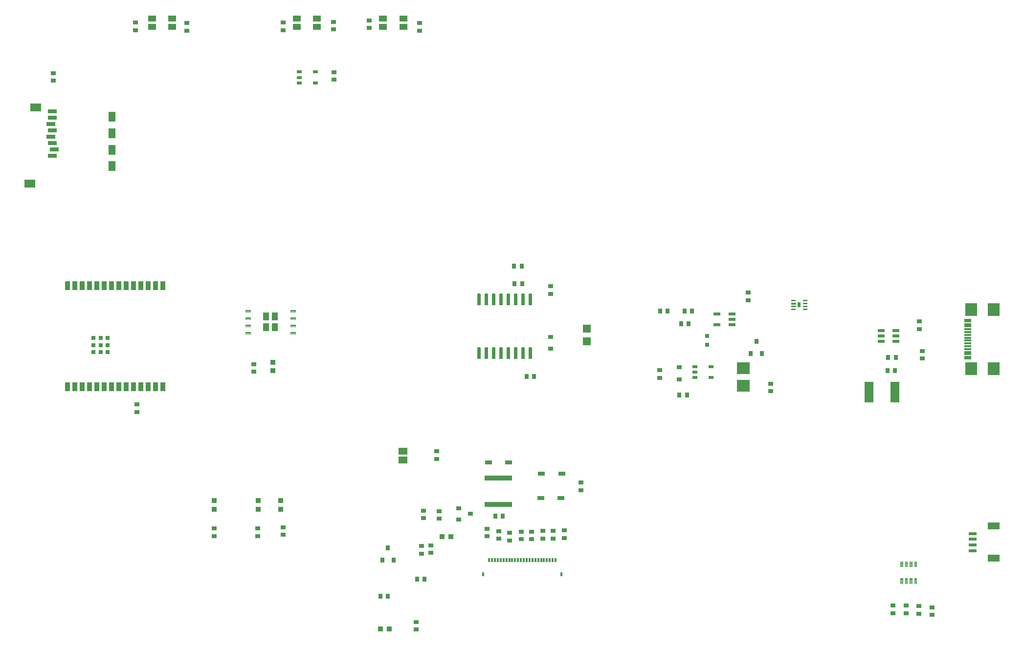
<source format=gbr>
G04 EAGLE Gerber RS-274X export*
G75*
%MOMM*%
%FSLAX34Y34*%
%LPD*%
%INSolderpaste Top*%
%IPPOS*%
%AMOC8*
5,1,8,0,0,1.08239X$1,22.5*%
G01*
G04 Define Apertures*
%ADD10R,0.700000X0.900000*%
%ADD11R,0.900000X0.700000*%
%ADD12R,1.400000X1.400000*%
%ADD13R,2.200000X2.000000*%
%ADD14R,1.200000X0.600000*%
%ADD15R,0.940000X0.970000*%
%ADD16R,0.900000X0.800000*%
%ADD17R,1.150000X0.800000*%
%ADD18R,0.970000X0.940000*%
%ADD19R,0.900000X0.600000*%
%ADD20R,1.150000X0.300000*%
%ADD21R,2.000000X2.180000*%
%ADD22R,1.200000X1.800000*%
%ADD23R,1.900000X1.400000*%
%ADD24R,1.500000X0.700000*%
%ADD25R,2.000000X1.200000*%
%ADD26R,1.350000X0.600000*%
%ADD27R,0.300000X0.800000*%
%ADD28R,0.400000X0.800000*%
%ADD29R,4.826000X0.889000*%
%ADD30R,0.800000X0.800000*%
%ADD31R,0.800000X0.900000*%
%ADD32R,1.500000X3.600000*%
%ADD33R,1.600200X1.168400*%
%ADD34R,1.400000X1.050000*%
%ADD35R,0.900000X1.500000*%
%ADD36R,0.560000X0.820000*%
%ADD37C,0.067500*%
%ADD38C,0.076200*%
%ADD39R,1.010000X1.460000*%
%ADD40C,0.110000*%
%ADD41R,1.200000X0.550000*%
%ADD42C,0.125000*%
%ADD43C,0.147500*%
D10*
X1444300Y-323800D03*
X1457300Y-323800D03*
X1049200Y-244000D03*
X1062200Y-244000D03*
D11*
X636100Y-664100D03*
X636100Y-651100D03*
X652200Y-663100D03*
X652200Y-650100D03*
X750000Y-634100D03*
X750000Y-621100D03*
X846300Y-638100D03*
X846300Y-625100D03*
X864400Y-638100D03*
X864400Y-625100D03*
X826500Y-639100D03*
X826500Y-626100D03*
X883600Y-637100D03*
X883600Y-624100D03*
X808800Y-639300D03*
X808800Y-626300D03*
X788900Y-641300D03*
X788900Y-628300D03*
D10*
X1443200Y-347000D03*
X1456200Y-347000D03*
D11*
X770000Y-638300D03*
X770000Y-625300D03*
X1497400Y-768300D03*
X1497400Y-755300D03*
X1520200Y-770300D03*
X1520200Y-757300D03*
D10*
X831500Y-356800D03*
X818500Y-356800D03*
D12*
X922900Y-296600D03*
X922900Y-274600D03*
D11*
X484800Y157700D03*
X484800Y170700D03*
X633100Y242500D03*
X633100Y255500D03*
X483600Y244578D03*
X483600Y257578D03*
X230200Y242500D03*
X230200Y255500D03*
X1241200Y-382500D03*
X1241200Y-369500D03*
D13*
X1193900Y-343000D03*
X1193900Y-373000D03*
D11*
X1048700Y-359500D03*
X1048700Y-346500D03*
X-1400Y155700D03*
X-1400Y168700D03*
X912600Y-541100D03*
X912600Y-554100D03*
D10*
X764200Y-599000D03*
X777200Y-599000D03*
X1091700Y-244000D03*
X1104700Y-244000D03*
D14*
X1432300Y-277300D03*
X1432300Y-286800D03*
X1432300Y-296300D03*
X1457300Y-296300D03*
X1457300Y-286800D03*
X1457300Y-277300D03*
D15*
X353200Y-587300D03*
X353200Y-572300D03*
X277000Y-587300D03*
X277000Y-572300D03*
X378800Y-347300D03*
X378800Y-332300D03*
D16*
X1082300Y-362200D03*
X1082300Y-341200D03*
D17*
X844100Y-525800D03*
X879100Y-525800D03*
X752500Y-505800D03*
X787500Y-505800D03*
X842700Y-567700D03*
X877700Y-567700D03*
D16*
X859800Y-309200D03*
X859800Y-288200D03*
D18*
X672300Y-634800D03*
X687300Y-634800D03*
X580100Y-794800D03*
X565100Y-794800D03*
D15*
X392400Y-587300D03*
X392400Y-572300D03*
D19*
X1109900Y-340100D03*
X1109900Y-349600D03*
X1109900Y-359100D03*
X1137900Y-359100D03*
X1137900Y-340100D03*
X424500Y170900D03*
X424500Y161400D03*
X424500Y151900D03*
X452500Y151900D03*
X452500Y170900D03*
D20*
X1582028Y-325900D03*
X1582028Y-317900D03*
X1582028Y-304900D03*
X1582028Y-294900D03*
X1582028Y-289900D03*
X1582028Y-279900D03*
X1582028Y-266900D03*
X1582028Y-258900D03*
X1582028Y-261900D03*
X1582028Y-269900D03*
X1582028Y-274900D03*
X1582028Y-284900D03*
X1582028Y-299900D03*
X1582028Y-309900D03*
X1582028Y-314900D03*
X1582028Y-322900D03*
D21*
X1627078Y-343500D03*
X1627078Y-241300D03*
X1587778Y-343500D03*
X1587778Y-241300D03*
D22*
X100762Y7500D03*
X100762Y64500D03*
D23*
X-41738Y-22500D03*
X-31738Y109000D03*
D24*
X-3238Y25500D03*
X762Y36500D03*
X-3238Y47500D03*
X-5238Y58500D03*
X-3238Y69500D03*
X-5238Y80500D03*
X-3238Y91500D03*
X-3238Y102500D03*
D22*
X100762Y36000D03*
X100762Y93000D03*
D25*
X1627078Y-672400D03*
X1627078Y-616400D03*
D26*
X1590328Y-659400D03*
X1590328Y-649400D03*
X1590328Y-639400D03*
X1590328Y-629400D03*
D27*
X868400Y-675300D03*
X863400Y-675300D03*
X858400Y-675300D03*
X853400Y-675300D03*
X848400Y-675300D03*
X843400Y-675300D03*
X838400Y-675300D03*
X833400Y-675300D03*
X828400Y-675300D03*
X823400Y-675300D03*
X818400Y-675300D03*
X813400Y-675300D03*
X808400Y-675300D03*
X803400Y-675300D03*
X798400Y-675300D03*
X793400Y-675300D03*
X788400Y-675300D03*
X783400Y-675300D03*
X778400Y-675300D03*
X773400Y-675300D03*
X768400Y-675300D03*
X763400Y-675300D03*
X758400Y-675300D03*
X753400Y-675300D03*
D28*
X878400Y-700300D03*
X743400Y-700300D03*
D29*
X769700Y-533640D03*
X769700Y-579360D03*
D30*
X1130600Y-302000D03*
X1130600Y-287000D03*
D31*
X1206500Y-317400D03*
X1225500Y-317400D03*
X1216000Y-296400D03*
X568700Y-675400D03*
X587700Y-675400D03*
X578200Y-654400D03*
D16*
X700400Y-585900D03*
X700400Y-604900D03*
X721400Y-595400D03*
D11*
X1498100Y-274900D03*
X1498100Y-261900D03*
D10*
X1085800Y-266000D03*
X1098800Y-266000D03*
D11*
X1201900Y-224900D03*
X1201900Y-211900D03*
X1452500Y-767500D03*
X1452500Y-754500D03*
X1475700Y-767500D03*
X1475700Y-754500D03*
X859900Y-213700D03*
X859900Y-200700D03*
D10*
X797600Y-196200D03*
X810600Y-196200D03*
X796800Y-166200D03*
X809800Y-166200D03*
D11*
X545500Y247300D03*
X545500Y260300D03*
X396700Y243300D03*
X396700Y256300D03*
X140900Y243300D03*
X140900Y256300D03*
D32*
X1410900Y-384000D03*
X1455900Y-384000D03*
D11*
X346100Y-348700D03*
X346100Y-335700D03*
X277300Y-633700D03*
X277300Y-620700D03*
X352500Y-633700D03*
X352500Y-620700D03*
X396700Y-631700D03*
X396700Y-618700D03*
X1503300Y-325900D03*
X1503300Y-312900D03*
X626900Y-795700D03*
X626900Y-782700D03*
D10*
X628600Y-708200D03*
X641600Y-708200D03*
X1082700Y-389000D03*
X1095700Y-389000D03*
D11*
X662500Y-486900D03*
X662500Y-499900D03*
X143300Y-418700D03*
X143300Y-405700D03*
D10*
X565000Y-738200D03*
X578000Y-738200D03*
D11*
X639700Y-602700D03*
X639700Y-589700D03*
X666900Y-603500D03*
X666900Y-590500D03*
D33*
X604200Y-486980D03*
X604200Y-502220D03*
D34*
X604900Y263828D03*
X569900Y263828D03*
X569900Y248828D03*
X604900Y248828D03*
X455400Y263828D03*
X420400Y263828D03*
X420400Y248828D03*
X455400Y248828D03*
X204900Y263828D03*
X169900Y263828D03*
X169900Y248828D03*
X204900Y248828D03*
D35*
X23400Y-375100D03*
X36100Y-375100D03*
X48800Y-375100D03*
X61500Y-375100D03*
X74200Y-375100D03*
X86900Y-375100D03*
X99600Y-375100D03*
X112300Y-375100D03*
X125000Y-375100D03*
X137700Y-375100D03*
X150400Y-375100D03*
X163100Y-375100D03*
X175800Y-375100D03*
X188500Y-375100D03*
X188500Y-200100D03*
X175800Y-200100D03*
X163100Y-200100D03*
X150400Y-200100D03*
X137700Y-200100D03*
X125000Y-200100D03*
X112300Y-200100D03*
X99600Y-200100D03*
X86900Y-200100D03*
X74200Y-200100D03*
X61500Y-200100D03*
X48800Y-200100D03*
X36100Y-200100D03*
X23400Y-200100D03*
D30*
X80600Y-302650D03*
X68100Y-315150D03*
X68100Y-302650D03*
X68100Y-290150D03*
X80600Y-315150D03*
X80600Y-290150D03*
X93100Y-315150D03*
X93100Y-302650D03*
X93100Y-290150D03*
D36*
X1290000Y-232800D03*
D37*
X1283613Y-226313D02*
X1276687Y-226313D01*
X1276687Y-224287D01*
X1283613Y-224287D01*
X1283613Y-226313D01*
X1283613Y-225672D02*
X1276687Y-225672D01*
X1276687Y-225031D02*
X1283613Y-225031D01*
X1283613Y-224390D02*
X1276687Y-224390D01*
D38*
X1276467Y-231443D02*
X1283833Y-231443D01*
X1276467Y-231443D02*
X1276467Y-229157D01*
X1283833Y-229157D01*
X1283833Y-231443D01*
X1283833Y-230719D02*
X1276467Y-230719D01*
X1276467Y-229995D02*
X1283833Y-229995D01*
X1283833Y-229271D02*
X1276467Y-229271D01*
X1276467Y-236443D02*
X1283833Y-236443D01*
X1276467Y-236443D02*
X1276467Y-234157D01*
X1283833Y-234157D01*
X1283833Y-236443D01*
X1283833Y-235719D02*
X1276467Y-235719D01*
X1276467Y-234995D02*
X1283833Y-234995D01*
X1283833Y-234271D02*
X1276467Y-234271D01*
D37*
X1276687Y-241313D02*
X1283613Y-241313D01*
X1276687Y-241313D02*
X1276687Y-239287D01*
X1283613Y-239287D01*
X1283613Y-241313D01*
X1283613Y-240672D02*
X1276687Y-240672D01*
X1276687Y-240031D02*
X1283613Y-240031D01*
X1283613Y-239390D02*
X1276687Y-239390D01*
X1296387Y-241313D02*
X1303313Y-241313D01*
X1296387Y-241313D02*
X1296387Y-239287D01*
X1303313Y-239287D01*
X1303313Y-241313D01*
X1303313Y-240672D02*
X1296387Y-240672D01*
X1296387Y-240031D02*
X1303313Y-240031D01*
X1303313Y-239390D02*
X1296387Y-239390D01*
X1296387Y-236313D02*
X1303313Y-236313D01*
X1296387Y-236313D02*
X1296387Y-234287D01*
X1303313Y-234287D01*
X1303313Y-236313D01*
X1303313Y-235672D02*
X1296387Y-235672D01*
X1296387Y-235031D02*
X1303313Y-235031D01*
X1303313Y-234390D02*
X1296387Y-234390D01*
X1296387Y-231313D02*
X1303313Y-231313D01*
X1296387Y-231313D02*
X1296387Y-229287D01*
X1303313Y-229287D01*
X1303313Y-231313D01*
X1303313Y-230672D02*
X1296387Y-230672D01*
X1296387Y-230031D02*
X1303313Y-230031D01*
X1303313Y-229390D02*
X1296387Y-229390D01*
X1296387Y-226313D02*
X1303313Y-226313D01*
X1296387Y-226313D02*
X1296387Y-224287D01*
X1303313Y-224287D01*
X1303313Y-226313D01*
X1303313Y-225672D02*
X1296387Y-225672D01*
X1296387Y-225031D02*
X1303313Y-225031D01*
X1303313Y-224390D02*
X1296387Y-224390D01*
D39*
X367550Y-252800D03*
X382250Y-252800D03*
X367550Y-272000D03*
X382250Y-272000D03*
D40*
X340100Y-245000D02*
X331800Y-245000D01*
X331800Y-241700D01*
X340100Y-241700D01*
X340100Y-245000D01*
X340100Y-243955D02*
X331800Y-243955D01*
X331800Y-242910D02*
X340100Y-242910D01*
X340100Y-241865D02*
X331800Y-241865D01*
X331800Y-257700D02*
X340100Y-257700D01*
X331800Y-257700D02*
X331800Y-254400D01*
X340100Y-254400D01*
X340100Y-257700D01*
X340100Y-256655D02*
X331800Y-256655D01*
X331800Y-255610D02*
X340100Y-255610D01*
X340100Y-254565D02*
X331800Y-254565D01*
X331800Y-270400D02*
X340100Y-270400D01*
X331800Y-270400D02*
X331800Y-267100D01*
X340100Y-267100D01*
X340100Y-270400D01*
X340100Y-269355D02*
X331800Y-269355D01*
X331800Y-268310D02*
X340100Y-268310D01*
X340100Y-267265D02*
X331800Y-267265D01*
X331800Y-283100D02*
X340100Y-283100D01*
X331800Y-283100D02*
X331800Y-279800D01*
X340100Y-279800D01*
X340100Y-283100D01*
X340100Y-282055D02*
X331800Y-282055D01*
X331800Y-281010D02*
X340100Y-281010D01*
X340100Y-279965D02*
X331800Y-279965D01*
X409700Y-283100D02*
X418000Y-283100D01*
X409700Y-283100D02*
X409700Y-279800D01*
X418000Y-279800D01*
X418000Y-283100D01*
X418000Y-282055D02*
X409700Y-282055D01*
X409700Y-281010D02*
X418000Y-281010D01*
X418000Y-279965D02*
X409700Y-279965D01*
X409700Y-270400D02*
X418000Y-270400D01*
X409700Y-270400D02*
X409700Y-267100D01*
X418000Y-267100D01*
X418000Y-270400D01*
X418000Y-269355D02*
X409700Y-269355D01*
X409700Y-268310D02*
X418000Y-268310D01*
X418000Y-267265D02*
X409700Y-267265D01*
X409700Y-257700D02*
X418000Y-257700D01*
X409700Y-257700D02*
X409700Y-254400D01*
X418000Y-254400D01*
X418000Y-257700D01*
X418000Y-256655D02*
X409700Y-256655D01*
X409700Y-255610D02*
X418000Y-255610D01*
X418000Y-254565D02*
X409700Y-254565D01*
X409700Y-245000D02*
X418000Y-245000D01*
X409700Y-245000D02*
X409700Y-241700D01*
X418000Y-241700D01*
X418000Y-245000D01*
X418000Y-243955D02*
X409700Y-243955D01*
X409700Y-242910D02*
X418000Y-242910D01*
X418000Y-241865D02*
X409700Y-241865D01*
D41*
X1174101Y-267600D03*
X1174101Y-258100D03*
X1174101Y-248600D03*
X1148099Y-248600D03*
X1148099Y-267600D03*
D42*
X1469375Y-677665D02*
X1469375Y-686575D01*
X1465625Y-686575D01*
X1465625Y-677665D01*
X1469375Y-677665D01*
X1469375Y-685388D02*
X1465625Y-685388D01*
X1465625Y-684201D02*
X1469375Y-684201D01*
X1469375Y-683014D02*
X1465625Y-683014D01*
X1465625Y-681827D02*
X1469375Y-681827D01*
X1469375Y-680640D02*
X1465625Y-680640D01*
X1465625Y-679453D02*
X1469375Y-679453D01*
X1469375Y-678266D02*
X1465625Y-678266D01*
X1477375Y-677665D02*
X1477375Y-686575D01*
X1473625Y-686575D01*
X1473625Y-677665D01*
X1477375Y-677665D01*
X1477375Y-685388D02*
X1473625Y-685388D01*
X1473625Y-684201D02*
X1477375Y-684201D01*
X1477375Y-683014D02*
X1473625Y-683014D01*
X1473625Y-681827D02*
X1477375Y-681827D01*
X1477375Y-680640D02*
X1473625Y-680640D01*
X1473625Y-679453D02*
X1477375Y-679453D01*
X1477375Y-678266D02*
X1473625Y-678266D01*
X1485375Y-677665D02*
X1485375Y-686575D01*
X1481625Y-686575D01*
X1481625Y-677665D01*
X1485375Y-677665D01*
X1485375Y-685388D02*
X1481625Y-685388D01*
X1481625Y-684201D02*
X1485375Y-684201D01*
X1485375Y-683014D02*
X1481625Y-683014D01*
X1481625Y-681827D02*
X1485375Y-681827D01*
X1485375Y-680640D02*
X1481625Y-680640D01*
X1481625Y-679453D02*
X1485375Y-679453D01*
X1485375Y-678266D02*
X1481625Y-678266D01*
X1493375Y-677665D02*
X1493375Y-686575D01*
X1489625Y-686575D01*
X1489625Y-677665D01*
X1493375Y-677665D01*
X1493375Y-685388D02*
X1489625Y-685388D01*
X1489625Y-684201D02*
X1493375Y-684201D01*
X1493375Y-683014D02*
X1489625Y-683014D01*
X1489625Y-681827D02*
X1493375Y-681827D01*
X1493375Y-680640D02*
X1489625Y-680640D01*
X1489625Y-679453D02*
X1493375Y-679453D01*
X1493375Y-678266D02*
X1489625Y-678266D01*
X1493575Y-706825D02*
X1493575Y-715735D01*
X1489825Y-715735D01*
X1489825Y-706825D01*
X1493575Y-706825D01*
X1493575Y-714548D02*
X1489825Y-714548D01*
X1489825Y-713361D02*
X1493575Y-713361D01*
X1493575Y-712174D02*
X1489825Y-712174D01*
X1489825Y-710987D02*
X1493575Y-710987D01*
X1493575Y-709800D02*
X1489825Y-709800D01*
X1489825Y-708613D02*
X1493575Y-708613D01*
X1493575Y-707426D02*
X1489825Y-707426D01*
X1485375Y-706825D02*
X1485375Y-715735D01*
X1481625Y-715735D01*
X1481625Y-706825D01*
X1485375Y-706825D01*
X1485375Y-714548D02*
X1481625Y-714548D01*
X1481625Y-713361D02*
X1485375Y-713361D01*
X1485375Y-712174D02*
X1481625Y-712174D01*
X1481625Y-710987D02*
X1485375Y-710987D01*
X1485375Y-709800D02*
X1481625Y-709800D01*
X1481625Y-708613D02*
X1485375Y-708613D01*
X1485375Y-707426D02*
X1481625Y-707426D01*
X1477375Y-706825D02*
X1477375Y-715735D01*
X1473625Y-715735D01*
X1473625Y-706825D01*
X1477375Y-706825D01*
X1477375Y-714548D02*
X1473625Y-714548D01*
X1473625Y-713361D02*
X1477375Y-713361D01*
X1477375Y-712174D02*
X1473625Y-712174D01*
X1473625Y-710987D02*
X1477375Y-710987D01*
X1477375Y-709800D02*
X1473625Y-709800D01*
X1473625Y-708613D02*
X1477375Y-708613D01*
X1477375Y-707426D02*
X1473625Y-707426D01*
X1469375Y-706825D02*
X1469375Y-715735D01*
X1465625Y-715735D01*
X1465625Y-706825D01*
X1469375Y-706825D01*
X1469375Y-714548D02*
X1465625Y-714548D01*
X1465625Y-713361D02*
X1469375Y-713361D01*
X1469375Y-712174D02*
X1465625Y-712174D01*
X1465625Y-710987D02*
X1469375Y-710987D01*
X1469375Y-709800D02*
X1465625Y-709800D01*
X1465625Y-708613D02*
X1469375Y-708613D01*
X1469375Y-707426D02*
X1465625Y-707426D01*
D43*
X822737Y-232963D02*
X822737Y-213937D01*
X827163Y-213937D01*
X827163Y-232963D01*
X822737Y-232963D01*
X822737Y-231562D02*
X827163Y-231562D01*
X827163Y-230161D02*
X822737Y-230161D01*
X822737Y-228760D02*
X827163Y-228760D01*
X827163Y-227359D02*
X822737Y-227359D01*
X822737Y-225958D02*
X827163Y-225958D01*
X827163Y-224557D02*
X822737Y-224557D01*
X822737Y-223156D02*
X827163Y-223156D01*
X827163Y-221755D02*
X822737Y-221755D01*
X822737Y-220354D02*
X827163Y-220354D01*
X827163Y-218953D02*
X822737Y-218953D01*
X822737Y-217552D02*
X827163Y-217552D01*
X827163Y-216151D02*
X822737Y-216151D01*
X822737Y-214750D02*
X827163Y-214750D01*
X810037Y-213937D02*
X810037Y-232963D01*
X810037Y-213937D02*
X814463Y-213937D01*
X814463Y-232963D01*
X810037Y-232963D01*
X810037Y-231562D02*
X814463Y-231562D01*
X814463Y-230161D02*
X810037Y-230161D01*
X810037Y-228760D02*
X814463Y-228760D01*
X814463Y-227359D02*
X810037Y-227359D01*
X810037Y-225958D02*
X814463Y-225958D01*
X814463Y-224557D02*
X810037Y-224557D01*
X810037Y-223156D02*
X814463Y-223156D01*
X814463Y-221755D02*
X810037Y-221755D01*
X810037Y-220354D02*
X814463Y-220354D01*
X814463Y-218953D02*
X810037Y-218953D01*
X810037Y-217552D02*
X814463Y-217552D01*
X814463Y-216151D02*
X810037Y-216151D01*
X810037Y-214750D02*
X814463Y-214750D01*
X797337Y-213937D02*
X797337Y-232963D01*
X797337Y-213937D02*
X801763Y-213937D01*
X801763Y-232963D01*
X797337Y-232963D01*
X797337Y-231562D02*
X801763Y-231562D01*
X801763Y-230161D02*
X797337Y-230161D01*
X797337Y-228760D02*
X801763Y-228760D01*
X801763Y-227359D02*
X797337Y-227359D01*
X797337Y-225958D02*
X801763Y-225958D01*
X801763Y-224557D02*
X797337Y-224557D01*
X797337Y-223156D02*
X801763Y-223156D01*
X801763Y-221755D02*
X797337Y-221755D01*
X797337Y-220354D02*
X801763Y-220354D01*
X801763Y-218953D02*
X797337Y-218953D01*
X797337Y-217552D02*
X801763Y-217552D01*
X801763Y-216151D02*
X797337Y-216151D01*
X797337Y-214750D02*
X801763Y-214750D01*
X784637Y-213937D02*
X784637Y-232963D01*
X784637Y-213937D02*
X789063Y-213937D01*
X789063Y-232963D01*
X784637Y-232963D01*
X784637Y-231562D02*
X789063Y-231562D01*
X789063Y-230161D02*
X784637Y-230161D01*
X784637Y-228760D02*
X789063Y-228760D01*
X789063Y-227359D02*
X784637Y-227359D01*
X784637Y-225958D02*
X789063Y-225958D01*
X789063Y-224557D02*
X784637Y-224557D01*
X784637Y-223156D02*
X789063Y-223156D01*
X789063Y-221755D02*
X784637Y-221755D01*
X784637Y-220354D02*
X789063Y-220354D01*
X789063Y-218953D02*
X784637Y-218953D01*
X784637Y-217552D02*
X789063Y-217552D01*
X789063Y-216151D02*
X784637Y-216151D01*
X784637Y-214750D02*
X789063Y-214750D01*
X771937Y-213937D02*
X771937Y-232963D01*
X771937Y-213937D02*
X776363Y-213937D01*
X776363Y-232963D01*
X771937Y-232963D01*
X771937Y-231562D02*
X776363Y-231562D01*
X776363Y-230161D02*
X771937Y-230161D01*
X771937Y-228760D02*
X776363Y-228760D01*
X776363Y-227359D02*
X771937Y-227359D01*
X771937Y-225958D02*
X776363Y-225958D01*
X776363Y-224557D02*
X771937Y-224557D01*
X771937Y-223156D02*
X776363Y-223156D01*
X776363Y-221755D02*
X771937Y-221755D01*
X771937Y-220354D02*
X776363Y-220354D01*
X776363Y-218953D02*
X771937Y-218953D01*
X771937Y-217552D02*
X776363Y-217552D01*
X776363Y-216151D02*
X771937Y-216151D01*
X771937Y-214750D02*
X776363Y-214750D01*
X759237Y-213937D02*
X759237Y-232963D01*
X759237Y-213937D02*
X763663Y-213937D01*
X763663Y-232963D01*
X759237Y-232963D01*
X759237Y-231562D02*
X763663Y-231562D01*
X763663Y-230161D02*
X759237Y-230161D01*
X759237Y-228760D02*
X763663Y-228760D01*
X763663Y-227359D02*
X759237Y-227359D01*
X759237Y-225958D02*
X763663Y-225958D01*
X763663Y-224557D02*
X759237Y-224557D01*
X759237Y-223156D02*
X763663Y-223156D01*
X763663Y-221755D02*
X759237Y-221755D01*
X759237Y-220354D02*
X763663Y-220354D01*
X763663Y-218953D02*
X759237Y-218953D01*
X759237Y-217552D02*
X763663Y-217552D01*
X763663Y-216151D02*
X759237Y-216151D01*
X759237Y-214750D02*
X763663Y-214750D01*
X746537Y-213937D02*
X746537Y-232963D01*
X746537Y-213937D02*
X750963Y-213937D01*
X750963Y-232963D01*
X746537Y-232963D01*
X746537Y-231562D02*
X750963Y-231562D01*
X750963Y-230161D02*
X746537Y-230161D01*
X746537Y-228760D02*
X750963Y-228760D01*
X750963Y-227359D02*
X746537Y-227359D01*
X746537Y-225958D02*
X750963Y-225958D01*
X750963Y-224557D02*
X746537Y-224557D01*
X746537Y-223156D02*
X750963Y-223156D01*
X750963Y-221755D02*
X746537Y-221755D01*
X746537Y-220354D02*
X750963Y-220354D01*
X750963Y-218953D02*
X746537Y-218953D01*
X746537Y-217552D02*
X750963Y-217552D01*
X750963Y-216151D02*
X746537Y-216151D01*
X746537Y-214750D02*
X750963Y-214750D01*
X733837Y-213937D02*
X733837Y-232963D01*
X733837Y-213937D02*
X738263Y-213937D01*
X738263Y-232963D01*
X733837Y-232963D01*
X733837Y-231562D02*
X738263Y-231562D01*
X738263Y-230161D02*
X733837Y-230161D01*
X733837Y-228760D02*
X738263Y-228760D01*
X738263Y-227359D02*
X733837Y-227359D01*
X733837Y-225958D02*
X738263Y-225958D01*
X738263Y-224557D02*
X733837Y-224557D01*
X733837Y-223156D02*
X738263Y-223156D01*
X738263Y-221755D02*
X733837Y-221755D01*
X733837Y-220354D02*
X738263Y-220354D01*
X738263Y-218953D02*
X733837Y-218953D01*
X733837Y-217552D02*
X738263Y-217552D01*
X738263Y-216151D02*
X733837Y-216151D01*
X733837Y-214750D02*
X738263Y-214750D01*
X733837Y-307037D02*
X733837Y-326063D01*
X733837Y-307037D02*
X738263Y-307037D01*
X738263Y-326063D01*
X733837Y-326063D01*
X733837Y-324662D02*
X738263Y-324662D01*
X738263Y-323261D02*
X733837Y-323261D01*
X733837Y-321860D02*
X738263Y-321860D01*
X738263Y-320459D02*
X733837Y-320459D01*
X733837Y-319058D02*
X738263Y-319058D01*
X738263Y-317657D02*
X733837Y-317657D01*
X733837Y-316256D02*
X738263Y-316256D01*
X738263Y-314855D02*
X733837Y-314855D01*
X733837Y-313454D02*
X738263Y-313454D01*
X738263Y-312053D02*
X733837Y-312053D01*
X733837Y-310652D02*
X738263Y-310652D01*
X738263Y-309251D02*
X733837Y-309251D01*
X733837Y-307850D02*
X738263Y-307850D01*
X746537Y-307037D02*
X746537Y-326063D01*
X746537Y-307037D02*
X750963Y-307037D01*
X750963Y-326063D01*
X746537Y-326063D01*
X746537Y-324662D02*
X750963Y-324662D01*
X750963Y-323261D02*
X746537Y-323261D01*
X746537Y-321860D02*
X750963Y-321860D01*
X750963Y-320459D02*
X746537Y-320459D01*
X746537Y-319058D02*
X750963Y-319058D01*
X750963Y-317657D02*
X746537Y-317657D01*
X746537Y-316256D02*
X750963Y-316256D01*
X750963Y-314855D02*
X746537Y-314855D01*
X746537Y-313454D02*
X750963Y-313454D01*
X750963Y-312053D02*
X746537Y-312053D01*
X746537Y-310652D02*
X750963Y-310652D01*
X750963Y-309251D02*
X746537Y-309251D01*
X746537Y-307850D02*
X750963Y-307850D01*
X759237Y-307037D02*
X759237Y-326063D01*
X759237Y-307037D02*
X763663Y-307037D01*
X763663Y-326063D01*
X759237Y-326063D01*
X759237Y-324662D02*
X763663Y-324662D01*
X763663Y-323261D02*
X759237Y-323261D01*
X759237Y-321860D02*
X763663Y-321860D01*
X763663Y-320459D02*
X759237Y-320459D01*
X759237Y-319058D02*
X763663Y-319058D01*
X763663Y-317657D02*
X759237Y-317657D01*
X759237Y-316256D02*
X763663Y-316256D01*
X763663Y-314855D02*
X759237Y-314855D01*
X759237Y-313454D02*
X763663Y-313454D01*
X763663Y-312053D02*
X759237Y-312053D01*
X759237Y-310652D02*
X763663Y-310652D01*
X763663Y-309251D02*
X759237Y-309251D01*
X759237Y-307850D02*
X763663Y-307850D01*
X771937Y-307037D02*
X771937Y-326063D01*
X771937Y-307037D02*
X776363Y-307037D01*
X776363Y-326063D01*
X771937Y-326063D01*
X771937Y-324662D02*
X776363Y-324662D01*
X776363Y-323261D02*
X771937Y-323261D01*
X771937Y-321860D02*
X776363Y-321860D01*
X776363Y-320459D02*
X771937Y-320459D01*
X771937Y-319058D02*
X776363Y-319058D01*
X776363Y-317657D02*
X771937Y-317657D01*
X771937Y-316256D02*
X776363Y-316256D01*
X776363Y-314855D02*
X771937Y-314855D01*
X771937Y-313454D02*
X776363Y-313454D01*
X776363Y-312053D02*
X771937Y-312053D01*
X771937Y-310652D02*
X776363Y-310652D01*
X776363Y-309251D02*
X771937Y-309251D01*
X771937Y-307850D02*
X776363Y-307850D01*
X784637Y-307037D02*
X784637Y-326063D01*
X784637Y-307037D02*
X789063Y-307037D01*
X789063Y-326063D01*
X784637Y-326063D01*
X784637Y-324662D02*
X789063Y-324662D01*
X789063Y-323261D02*
X784637Y-323261D01*
X784637Y-321860D02*
X789063Y-321860D01*
X789063Y-320459D02*
X784637Y-320459D01*
X784637Y-319058D02*
X789063Y-319058D01*
X789063Y-317657D02*
X784637Y-317657D01*
X784637Y-316256D02*
X789063Y-316256D01*
X789063Y-314855D02*
X784637Y-314855D01*
X784637Y-313454D02*
X789063Y-313454D01*
X789063Y-312053D02*
X784637Y-312053D01*
X784637Y-310652D02*
X789063Y-310652D01*
X789063Y-309251D02*
X784637Y-309251D01*
X784637Y-307850D02*
X789063Y-307850D01*
X797337Y-307037D02*
X797337Y-326063D01*
X797337Y-307037D02*
X801763Y-307037D01*
X801763Y-326063D01*
X797337Y-326063D01*
X797337Y-324662D02*
X801763Y-324662D01*
X801763Y-323261D02*
X797337Y-323261D01*
X797337Y-321860D02*
X801763Y-321860D01*
X801763Y-320459D02*
X797337Y-320459D01*
X797337Y-319058D02*
X801763Y-319058D01*
X801763Y-317657D02*
X797337Y-317657D01*
X797337Y-316256D02*
X801763Y-316256D01*
X801763Y-314855D02*
X797337Y-314855D01*
X797337Y-313454D02*
X801763Y-313454D01*
X801763Y-312053D02*
X797337Y-312053D01*
X797337Y-310652D02*
X801763Y-310652D01*
X801763Y-309251D02*
X797337Y-309251D01*
X797337Y-307850D02*
X801763Y-307850D01*
X810037Y-307037D02*
X810037Y-326063D01*
X810037Y-307037D02*
X814463Y-307037D01*
X814463Y-326063D01*
X810037Y-326063D01*
X810037Y-324662D02*
X814463Y-324662D01*
X814463Y-323261D02*
X810037Y-323261D01*
X810037Y-321860D02*
X814463Y-321860D01*
X814463Y-320459D02*
X810037Y-320459D01*
X810037Y-319058D02*
X814463Y-319058D01*
X814463Y-317657D02*
X810037Y-317657D01*
X810037Y-316256D02*
X814463Y-316256D01*
X814463Y-314855D02*
X810037Y-314855D01*
X810037Y-313454D02*
X814463Y-313454D01*
X814463Y-312053D02*
X810037Y-312053D01*
X810037Y-310652D02*
X814463Y-310652D01*
X814463Y-309251D02*
X810037Y-309251D01*
X810037Y-307850D02*
X814463Y-307850D01*
X822737Y-307037D02*
X822737Y-326063D01*
X822737Y-307037D02*
X827163Y-307037D01*
X827163Y-326063D01*
X822737Y-326063D01*
X822737Y-324662D02*
X827163Y-324662D01*
X827163Y-323261D02*
X822737Y-323261D01*
X822737Y-321860D02*
X827163Y-321860D01*
X827163Y-320459D02*
X822737Y-320459D01*
X822737Y-319058D02*
X827163Y-319058D01*
X827163Y-317657D02*
X822737Y-317657D01*
X822737Y-316256D02*
X827163Y-316256D01*
X827163Y-314855D02*
X822737Y-314855D01*
X822737Y-313454D02*
X827163Y-313454D01*
X827163Y-312053D02*
X822737Y-312053D01*
X822737Y-310652D02*
X827163Y-310652D01*
X827163Y-309251D02*
X822737Y-309251D01*
X822737Y-307850D02*
X827163Y-307850D01*
M02*

</source>
